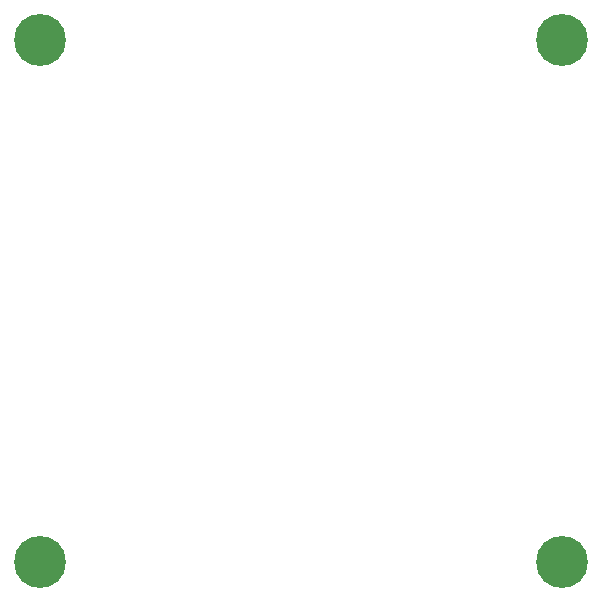
<source format=gbr>
%TF.GenerationSoftware,KiCad,Pcbnew,8.0.1*%
%TF.CreationDate,2024-05-01T12:00:52+09:00*%
%TF.ProjectId,trackpad_holder,74726163-6b70-4616-945f-686f6c646572,v1.0.0*%
%TF.SameCoordinates,Original*%
%TF.FileFunction,Copper,L1,Top*%
%TF.FilePolarity,Positive*%
%FSLAX46Y46*%
G04 Gerber Fmt 4.6, Leading zero omitted, Abs format (unit mm)*
G04 Created by KiCad (PCBNEW 8.0.1) date 2024-05-01 12:00:52*
%MOMM*%
%LPD*%
G01*
G04 APERTURE LIST*
%TA.AperFunction,ComponentPad*%
%ADD10C,0.700000*%
%TD*%
%TA.AperFunction,ComponentPad*%
%ADD11C,4.400000*%
%TD*%
G04 APERTURE END LIST*
D10*
%TO.P,_1,1*%
%TO.N,N/C*%
X229078031Y-94432502D03*
D11*
X227911305Y-93265776D03*
D10*
X227911305Y-94915776D03*
X229078031Y-92099050D03*
X226261305Y-93265776D03*
X226744579Y-92099050D03*
X226744579Y-94432502D03*
X229561305Y-93265776D03*
X227911305Y-91615776D03*
%TD*%
%TO.P,_2,1*%
%TO.N,N/C*%
X184948031Y-94432502D03*
D11*
X183781305Y-93265776D03*
D10*
X183781305Y-94915776D03*
X184948031Y-92099050D03*
X182131305Y-93265776D03*
X182614579Y-92099050D03*
X182614579Y-94432502D03*
X185431305Y-93265776D03*
X183781305Y-91615776D03*
%TD*%
%TO.P,_3,1*%
%TO.N,N/C*%
X229078031Y-138562502D03*
D11*
X227911305Y-137395776D03*
D10*
X227911305Y-139045776D03*
X229078031Y-136229050D03*
X226261305Y-137395776D03*
X226744579Y-136229050D03*
X226744579Y-138562502D03*
X229561305Y-137395776D03*
X227911305Y-135745776D03*
%TD*%
%TO.P,_4,1*%
%TO.N,N/C*%
X184948031Y-138562502D03*
D11*
X183781305Y-137395776D03*
D10*
X183781305Y-139045776D03*
X184948031Y-136229050D03*
X182131305Y-137395776D03*
X182614579Y-136229050D03*
X182614579Y-138562502D03*
X185431305Y-137395776D03*
X183781305Y-135745776D03*
%TD*%
M02*

</source>
